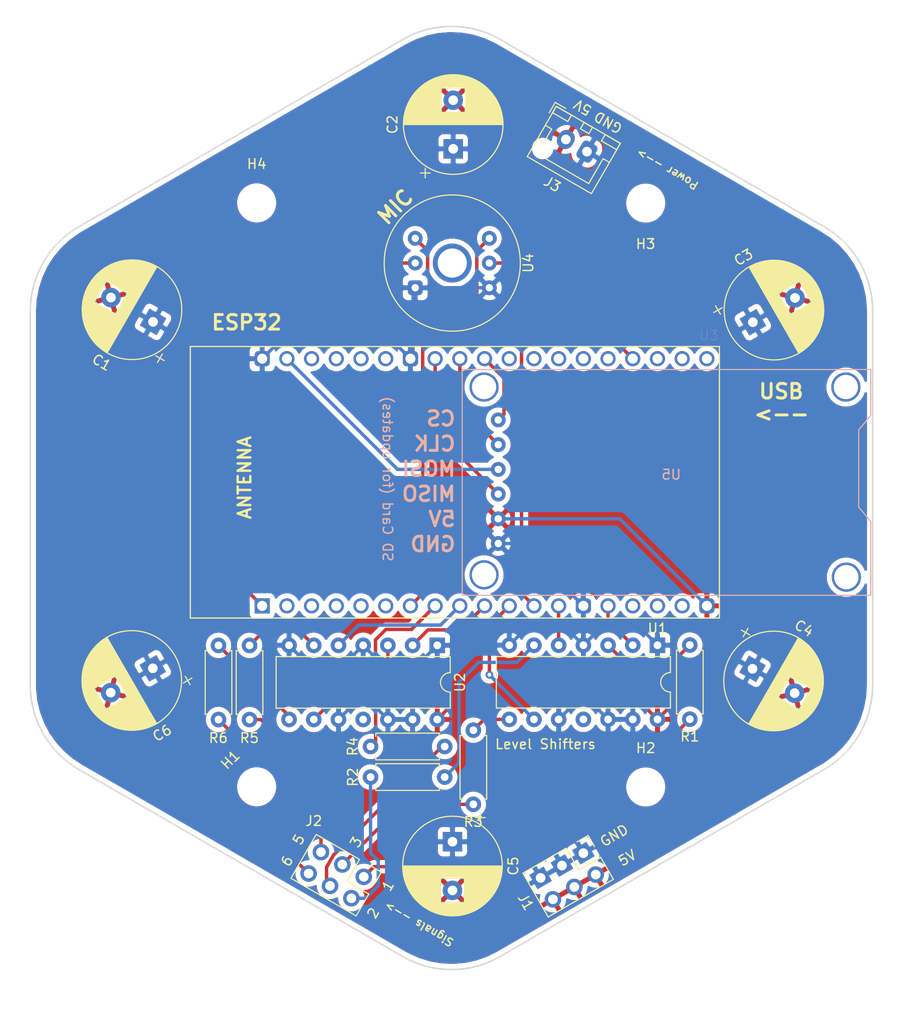
<source format=kicad_pcb>
(kicad_pcb (version 20171130) (host pcbnew 5.1.10)
  (layers (0 F.Cu signal) (31 B.Cu signal) (34 B.Paste user) (35 F.Paste user) (36 B.SilkS user) (37 F.SilkS user) (38 B.Mask user) (39 F.Mask user) (44 Edge.Cuts user))
  (net 0 "")
  (net 1 STRIP_2)
  (net 2 STRIP_1)
  (net 3 STRIP_3)
  (net 4 STRIP_4)
  (net 5 STRIP_5)
  (net 6 STRIP_6)
  (net 7 5V)
  (net 8 GND)
  (net 9 STRIP6_OUT)
  (net 10 STRIP5_OUT)
  (net 11 STRIP4_OUT)
  (net 12 STRIP3_OUT)
  (net 13 STRIP2_OUT)
  (net 14 STRIP1_OUT)
  (net 15 "Net-(R1-Pad1)")
  (net 16 "Net-(R2-Pad1)")
  (net 17 "Net-(R3-Pad1)")
  (net 18 "Net-(R4-Pad1)")
  (net 19 "Net-(R5-Pad1)")
  (net 20 "Net-(R6-Pad1)")
  (net 21 "Net-(U1-Pad11)")
  (net 22 "Net-(U2-Pad11)")
  (net 23 "Net-(U3-Pad38)")
  (net 24 "Net-(U3-Pad37)")
  (net 25 "Net-(U3-Pad36)")
  (net 26 "Net-(U3-Pad34)")
  (net 27 "Net-(U3-Pad33)")
  (net 28 "Net-(U3-Pad32)")
  (net 29 "Net-(U3-Pad31)")
  (net 30 "Net-(U3-Pad30)")
  (net 31 "Net-(U3-Pad24)")
  (net 32 "Net-(U3-Pad23)")
  (net 33 "Net-(U3-Pad22)")
  (net 34 "Net-(U3-Pad18)")
  (net 35 "Net-(U3-Pad17)")
  (net 36 "Net-(U3-Pad16)")
  (net 37 "Net-(U3-Pad4)")
  (net 38 "Net-(U3-Pad3)")
  (net 39 "Net-(U3-Pad2)")
  (net 40 WS)
  (net 41 SD)
  (net 42 "Net-(U3-Pad5)")
  (net 43 3v3)
  (net 44 MISO)
  (net 45 CLK)
  (net 46 MOSI)
  (net 47 CS)
  (net 48 MIC_SCK)
  (net 49 "Net-(U3-Pad6)")
  (net 50 "Net-(U3-Pad25)")
  (module kwmobile_sdcard_module:sdcard_module (layer B.Cu) (at 139.39 87.05)
    (fp_text reference U5 (at 21.5 10.8 180) (layer B.SilkS) (effects (justify mirror)))
    (fp_text value sdcard_module)
    (pad "" np_thru_hole circle (at 39.45 1.8) (size 3 3) (drill 2.5) (layers *.Cu *.Mask))
    (pad "" np_thru_hole circle (at 2.25 1.8) (size 3 3) (drill 2.5) (layers *.Cu *.Mask))
    (pad "" np_thru_hole circle (at 2.25 21.1) (size 3 3) (drill 2.5) (layers *.Cu *.Mask))
    (pad "" np_thru_hole circle (at 39.497 21.336) (size 3 3) (drill 2.5) (layers *.Cu *.Mask))
    (pad 6 thru_hole circle (at 3.71 5.18) (size 1.524 1.524) (drill 0.762) (layers *.Cu *.Mask) (net 47 CS))
    (pad 5 thru_hole circle (at 3.71 7.72) (size 1.524 1.524) (drill 0.762) (layers *.Cu *.Mask) (net 45 CLK))
    (pad 4 thru_hole circle (at 3.71 10.26) (size 1.524 1.524) (drill 0.762) (layers *.Cu *.Mask) (net 46 MOSI))
    (pad 3 thru_hole circle (at 3.71 12.8) (size 1.524 1.524) (drill 0.762) (layers *.Cu *.Mask) (net 44 MISO))
    (pad 2 thru_hole circle (at 3.71 15.34) (size 1.524 1.524) (drill 0.762) (layers *.Cu *.Mask) (net 7 5V))
    (pad 1 thru_hole circle (at 3.71 17.88) (size 1.524 1.524) (drill 0.762) (layers *.Cu *.Mask) (net 8 GND))
  )
  (module Capacitor_THT:CP_Radial_D10.0mm_P5.00mm (layer F.Cu) (at 107.6071 82.1563 150)
    (fp_text reference C1 (at 2.5 -6.25 150) (layer F.SilkS))
    (fp_text value C)
    (pad 1 thru_hole rect (at 0 0 150) (size 2 2) (drill 1) (layers *.Cu *.Mask) (net 8 GND))
    (pad 2 thru_hole circle (at 5 0 150) (size 2 2) (drill 1) (layers *.Cu *.Mask) (net 7 5V))
  )
  (module Capacitor_THT:CP_Radial_D10.0mm_P5.00mm (layer F.Cu) (at 107.5817 117.7544 210)
    (fp_text reference C6 (at 2.500001 -6.25 30) (layer F.SilkS))
    (fp_text value C)
    (pad 1 thru_hole rect (at 0 0 210) (size 2 2) (drill 1) (layers *.Cu *.Mask) (net 8 GND))
    (pad 2 thru_hole circle (at 5 0 210) (size 2 2) (drill 1) (layers *.Cu *.Mask) (net 7 5V))
  )
  (module Connector_PinHeader_2.54mm:PinHeader_2x03_P2.54mm_Vertical (layer F.Cu) (at 151.85 136.75 300)
    (fp_text reference J1 (at 1.378787 7.63187 120) (layer F.SilkS))
    (fp_text value Conn_02x03_Counter_Clockwise)
    (pad 6 thru_hole oval (at 2.54 5.08 300) (size 1.7 1.7) (drill 1) (layers *.Cu *.Mask) (net 7 5V))
    (pad 5 thru_hole rect (at 0 5.08 300) (size 1.7 1.7) (drill 1) (layers *.Cu *.Mask) (net 8 GND))
    (pad 4 thru_hole oval (at 2.54 2.54 300) (size 1.7 1.7) (drill 1) (layers *.Cu *.Mask) (net 7 5V))
    (pad 3 thru_hole rect (at 0 2.54 300) (size 1.7 1.7) (drill 1) (layers *.Cu *.Mask) (net 8 GND))
    (pad 2 thru_hole oval (at 2.54 0 300) (size 1.7 1.7) (drill 1) (layers *.Cu *.Mask) (net 7 5V))
    (pad 1 thru_hole rect (at 0 0 300) (size 1.7 1.7) (drill 1) (layers *.Cu *.Mask) (net 8 GND))
  )
  (module MountingHole:MountingHole_3mm (layer F.Cu) (at 118.26 69.93)
    (fp_text reference H4 (at 0 -4) (layer F.SilkS))
    (fp_text value MountingHole)
    (pad 1 np_thru_hole circle (at 0 0) (size 3 3) (drill 3) (layers *.Cu *.Mask))
  )
  (module MountingHole:MountingHole_3mm (layer F.Cu) (at 158.26 69.95)
    (fp_text reference H3 (at -0.01 4.2) (layer F.SilkS))
    (fp_text value MountingHole)
    (pad 1 np_thru_hole circle (at 0 0) (size 3 3) (drill 3) (layers *.Cu *.Mask))
  )
  (module MountingHole:MountingHole_3mm (layer F.Cu) (at 158.26 129.95)
    (fp_text reference H2 (at 0 -4) (layer F.SilkS))
    (fp_text value MountingHole)
    (pad 1 np_thru_hole circle (at 0 0) (size 3 3) (drill 3) (layers *.Cu *.Mask))
  )
  (module MountingHole:MountingHole_3mm (layer F.Cu) (at 118.26 129.93)
    (fp_text reference H1 (at -2.7 -2.77 45) (layer F.SilkS))
    (fp_text value MountingHole)
    (pad 1 np_thru_hole circle (at 0 0) (size 3 3) (drill 3) (layers *.Cu *.Mask))
  )
  (module Capacitor_THT:CP_Radial_D10.0mm_P5.00mm (layer F.Cu) (at 138.3919 135.5725 270)
    (fp_text reference C5 (at 2.5 -6.25 90) (layer F.SilkS))
    (fp_text value C)
    (pad 2 thru_hole circle (at 5 0 270) (size 2 2) (drill 1) (layers *.Cu *.Mask) (net 7 5V))
    (pad 1 thru_hole rect (at 0 0 270) (size 2 2) (drill 1) (layers *.Cu *.Mask) (net 8 GND))
  )
  (module Capacitor_THT:CP_Radial_D10.0mm_P5.00mm (layer F.Cu) (at 138.4681 64.3763 90)
    (fp_text reference C2 (at 2.5 -6.25 90) (layer F.SilkS))
    (fp_text value C)
    (pad 2 thru_hole circle (at 5 0 90) (size 2 2) (drill 1) (layers *.Cu *.Mask) (net 7 5V))
    (pad 1 thru_hole rect (at 0 0 90) (size 2 2) (drill 1) (layers *.Cu *.Mask) (net 8 GND))
  )
  (module Capacitor_THT:CP_Radial_D10.0mm_P5.00mm (layer F.Cu) (at 169.2783 82.19186 30)
    (fp_text reference C3 (at 2.5 -6.25 30) (layer F.SilkS))
    (fp_text value C)
    (pad 1 thru_hole rect (at 0 0 30) (size 2 2) (drill 1) (layers *.Cu *.Mask) (net 8 GND))
    (pad 2 thru_hole circle (at 5 0 30) (size 2 2) (drill 1) (layers *.Cu *.Mask) (net 7 5V))
  )
  (module Capacitor_THT:CP_Radial_D10.0mm_P5.00mm (layer F.Cu) (at 169.2402 117.8052 330)
    (fp_text reference C4 (at 2.5 -6.25 150) (layer F.SilkS))
    (fp_text value C)
    (pad 2 thru_hole circle (at 5 0 330) (size 2 2) (drill 1) (layers *.Cu *.Mask) (net 7 5V))
    (pad 1 thru_hole rect (at 0 0 330) (size 2 2) (drill 1) (layers *.Cu *.Mask) (net 8 GND))
  )
  (module inmp441:inmp441 (layer F.Cu) (at 138.37 76.11 90)
    (fp_text reference U4 (at 0 7.82 270) (layer F.SilkS))
    (fp_text value INMP441)
    (pad 1 thru_hole roundrect (at -2.54 -3.81 90) (size 1.524 1.524) (drill 0.762) (layers *.Cu *.Mask) (net 8 GND))
    (pad 2 thru_hole circle (at 0 -3.81 90) (size 1.524 1.524) (drill 0.762) (layers *.Cu *.Mask) (net 43 3v3))
    (pad 3 thru_hole circle (at 2.54 -3.81 90) (size 1.524 1.524) (drill 0.762) (layers *.Cu *.Mask) (net 41 SD))
    (pad 6 thru_hole circle (at 2.54 3.81 180) (size 1.524 1.524) (drill 0.762) (layers *.Cu *.Mask) (net 48 MIC_SCK))
    (pad 5 thru_hole circle (at 0 3.81 90) (size 1.524 1.524) (drill 0.762) (layers *.Cu *.Mask) (net 40 WS))
    (pad 4 thru_hole circle (at -2.54 3.81 90) (size 1.524 1.524) (drill 0.762) (layers *.Cu *.Mask) (net 8 GND))
    (pad "" np_thru_hole circle (at 0 0 90) (size 4 4) (drill 3) (layers *.Cu *.Mask))
  )
  (module esp32-devkitC-footprint:MODULE_ESP32-DEVKITC-32D (layer F.Cu) (at 138.588 98.637 90)
    (fp_text reference U3 (at 15.11926 26.17418) (layer F.SilkS) (effects (font (size 1.000386 1.000386) (thickness 0.015))))
    (fp_text value ESP32-DEVKITC-32D)
    (pad 38 thru_hole circle (at 12.7 25.96 90) (size 1.56 1.56) (drill 1.04) (layers *.Cu *.Mask) (net 23 "Net-(U3-Pad38)"))
    (pad 37 thru_hole circle (at 12.7 23.42 90) (size 1.56 1.56) (drill 1.04) (layers *.Cu *.Mask) (net 24 "Net-(U3-Pad37)"))
    (pad 36 thru_hole circle (at 12.7 20.88 90) (size 1.56 1.56) (drill 1.04) (layers *.Cu *.Mask) (net 25 "Net-(U3-Pad36)"))
    (pad 35 thru_hole circle (at 12.7 18.34 90) (size 1.56 1.56) (drill 1.04) (layers *.Cu *.Mask) (net 40 WS))
    (pad 34 thru_hole circle (at 12.7 15.8 90) (size 1.56 1.56) (drill 1.04) (layers *.Cu *.Mask) (net 26 "Net-(U3-Pad34)"))
    (pad 33 thru_hole circle (at 12.7 13.26 90) (size 1.56 1.56) (drill 1.04) (layers *.Cu *.Mask) (net 27 "Net-(U3-Pad33)"))
    (pad 32 thru_hole circle (at 12.7 10.72 90) (size 1.56 1.56) (drill 1.04) (layers *.Cu *.Mask) (net 28 "Net-(U3-Pad32)"))
    (pad 31 thru_hole circle (at 12.7 8.18 90) (size 1.56 1.56) (drill 1.04) (layers *.Cu *.Mask) (net 29 "Net-(U3-Pad31)"))
    (pad 30 thru_hole circle (at 12.7 5.64 90) (size 1.56 1.56) (drill 1.04) (layers *.Cu *.Mask) (net 30 "Net-(U3-Pad30)"))
    (pad 29 thru_hole circle (at 12.7 3.1 90) (size 1.56 1.56) (drill 1.04) (layers *.Cu *.Mask) (net 47 CS))
    (pad 28 thru_hole circle (at 12.7 0.56 90) (size 1.56 1.56) (drill 1.04) (layers *.Cu *.Mask) (net 45 CLK))
    (pad 27 thru_hole circle (at 12.7 -1.98 90) (size 1.56 1.56) (drill 1.04) (layers *.Cu *.Mask) (net 44 MISO))
    (pad 26 thru_hole roundrect (at 12.7 -4.52 90) (size 1.56 1.56) (drill 1.04) (layers *.Cu *.Mask) (net 8 GND))
    (pad 25 thru_hole circle (at 12.7 -7.06 90) (size 1.56 1.56) (drill 1.04) (layers *.Cu *.Mask) (net 50 "Net-(U3-Pad25)"))
    (pad 24 thru_hole circle (at 12.7 -9.6 90) (size 1.56 1.56) (drill 1.04) (layers *.Cu *.Mask) (net 31 "Net-(U3-Pad24)"))
    (pad 23 thru_hole circle (at 12.7 -12.14 90) (size 1.56 1.56) (drill 1.04) (layers *.Cu *.Mask) (net 32 "Net-(U3-Pad23)"))
    (pad 22 thru_hole circle (at 12.7 -14.68 90) (size 1.56 1.56) (drill 1.04) (layers *.Cu *.Mask) (net 33 "Net-(U3-Pad22)"))
    (pad 21 thru_hole circle (at 12.7 -17.22 90) (size 1.56 1.56) (drill 1.04) (layers *.Cu *.Mask) (net 46 MOSI))
    (pad 20 thru_hole roundrect (at 12.7 -19.76 90) (size 1.56 1.56) (drill 1.04) (layers *.Cu *.Mask) (net 8 GND))
    (pad 18 thru_hole circle (at -12.7 23.42 90) (size 1.56 1.56) (drill 1.04) (layers *.Cu *.Mask) (net 34 "Net-(U3-Pad18)"))
    (pad 17 thru_hole circle (at -12.7 20.88 90) (size 1.56 1.56) (drill 1.04) (layers *.Cu *.Mask) (net 35 "Net-(U3-Pad17)"))
    (pad 16 thru_hole circle (at -12.7 18.34 90) (size 1.56 1.56) (drill 1.04) (layers *.Cu *.Mask) (net 36 "Net-(U3-Pad16)"))
    (pad 15 thru_hole circle (at -12.7 15.8 90) (size 1.56 1.56) (drill 1.04) (layers *.Cu *.Mask) (net 2 STRIP_1))
    (pad 14 thru_hole roundrect (at -12.7 13.26 90) (size 1.56 1.56) (drill 1.04) (layers *.Cu *.Mask) (net 8 GND))
    (pad 13 thru_hole circle (at -12.7 10.72 90) (size 1.56 1.56) (drill 1.04) (layers *.Cu *.Mask) (net 1 STRIP_2))
    (pad 12 thru_hole circle (at -12.7 8.18 90) (size 1.56 1.56) (drill 1.04) (layers *.Cu *.Mask) (net 48 MIC_SCK))
    (pad 11 thru_hole circle (at -12.7 5.64 90) (size 1.56 1.56) (drill 1.04) (layers *.Cu *.Mask) (net 3 STRIP_3))
    (pad 10 thru_hole circle (at -12.7 3.1 90) (size 1.56 1.56) (drill 1.04) (layers *.Cu *.Mask) (net 4 STRIP_4))
    (pad 9 thru_hole circle (at -12.7 0.56 90) (size 1.56 1.56) (drill 1.04) (layers *.Cu *.Mask) (net 5 STRIP_5))
    (pad 8 thru_hole circle (at -12.7 -1.98 90) (size 1.56 1.56) (drill 1.04) (layers *.Cu *.Mask) (net 6 STRIP_6))
    (pad 7 thru_hole circle (at -12.7 -4.52 90) (size 1.56 1.56) (drill 1.04) (layers *.Cu *.Mask) (net 41 SD))
    (pad 6 thru_hole circle (at -12.7 -7.06 90) (size 1.56 1.56) (drill 1.04) (layers *.Cu *.Mask) (net 49 "Net-(U3-Pad6)"))
    (pad 5 thru_hole circle (at -12.7 -9.6 90) (size 1.56 1.56) (drill 1.04) (layers *.Cu *.Mask) (net 42 "Net-(U3-Pad5)"))
    (pad 4 thru_hole circle (at -12.7 -12.14 90) (size 1.56 1.56) (drill 1.04) (layers *.Cu *.Mask) (net 37 "Net-(U3-Pad4)"))
    (pad 3 thru_hole circle (at -12.7 -14.68 90) (size 1.56 1.56) (drill 1.04) (layers *.Cu *.Mask) (net 38 "Net-(U3-Pad3)"))
    (pad 19 thru_hole roundrect (at -12.7 25.96 90) (size 1.56 1.56) (drill 1.04) (layers *.Cu *.Mask) (net 7 5V))
    (pad 2 thru_hole circle (at -12.7 -17.22 90) (size 1.56 1.56) (drill 1.04) (layers *.Cu *.Mask) (net 39 "Net-(U3-Pad2)"))
    (pad 1 thru_hole rect (at -12.7 -19.76 90) (size 1.56 1.56) (drill 1.04) (layers *.Cu *.Mask) (net 43 3v3))
  )
  (module Resistor_THT:R_Axial_DIN0207_L6.3mm_D2.5mm_P7.62mm_Horizontal (layer F.Cu) (at 137.59 128.93 180)
    (fp_text reference R2 (at 9.44 -0.01 270) (layer F.SilkS))
    (fp_text value 4,7k)
    (pad 1 thru_hole circle (at 0 0 180) (size 1.6 1.6) (drill 0.8) (layers *.Cu *.Mask) (net 16 "Net-(R2-Pad1)"))
    (pad 2 thru_hole oval (at 7.62 0 180) (size 1.6 1.6) (drill 0.8) (layers *.Cu *.Mask) (net 13 STRIP2_OUT))
  )
  (module Package_DIP:DIP-14_W7.62mm (layer F.Cu) (at 136.83 115.39 270)
    (fp_text reference U2 (at 3.81 -2.33 90) (layer F.SilkS))
    (fp_text value 74HCT125)
    (pad 1 thru_hole rect (at 0 0 270) (size 1.6 1.6) (drill 0.8) (layers *.Cu *.Mask) (net 8 GND))
    (pad 8 thru_hole oval (at 7.62 15.24 270) (size 1.6 1.6) (drill 0.8) (layers *.Cu *.Mask) (net 20 "Net-(R6-Pad1)"))
    (pad 2 thru_hole oval (at 0 2.54 270) (size 1.6 1.6) (drill 0.8) (layers *.Cu *.Mask) (net 4 STRIP_4))
    (pad 9 thru_hole oval (at 7.62 12.7 270) (size 1.6 1.6) (drill 0.8) (layers *.Cu *.Mask) (net 6 STRIP_6))
    (pad 3 thru_hole oval (at 0 5.08 270) (size 1.6 1.6) (drill 0.8) (layers *.Cu *.Mask) (net 18 "Net-(R4-Pad1)"))
    (pad 10 thru_hole oval (at 7.62 10.16 270) (size 1.6 1.6) (drill 0.8) (layers *.Cu *.Mask) (net 8 GND))
    (pad 4 thru_hole oval (at 0 7.62 270) (size 1.6 1.6) (drill 0.8) (layers *.Cu *.Mask) (net 8 GND))
    (pad 11 thru_hole oval (at 7.62 7.62 270) (size 1.6 1.6) (drill 0.8) (layers *.Cu *.Mask) (net 22 "Net-(U2-Pad11)"))
    (pad 5 thru_hole oval (at 0 10.16 270) (size 1.6 1.6) (drill 0.8) (layers *.Cu *.Mask) (net 5 STRIP_5))
    (pad 12 thru_hole oval (at 7.62 5.08 270) (size 1.6 1.6) (drill 0.8) (layers *.Cu *.Mask) (net 8 GND))
    (pad 6 thru_hole oval (at 0 12.7 270) (size 1.6 1.6) (drill 0.8) (layers *.Cu *.Mask) (net 19 "Net-(R5-Pad1)"))
    (pad 13 thru_hole oval (at 7.62 2.54 270) (size 1.6 1.6) (drill 0.8) (layers *.Cu *.Mask) (net 8 GND))
    (pad 7 thru_hole oval (at 0 15.24 270) (size 1.6 1.6) (drill 0.8) (layers *.Cu *.Mask) (net 8 GND))
    (pad 14 thru_hole oval (at 7.62 0 270) (size 1.6 1.6) (drill 0.8) (layers *.Cu *.Mask) (net 7 5V))
  )
  (module Package_DIP:DIP-14_W7.62mm (layer F.Cu) (at 159.47 115.38 270)
    (fp_text reference U1 (at -1.73 0 180) (layer F.SilkS))
    (fp_text value 74HCT125)
    (pad 1 thru_hole rect (at 0 0 270) (size 1.6 1.6) (drill 0.8) (layers *.Cu *.Mask) (net 8 GND))
    (pad 8 thru_hole oval (at 7.62 15.24 270) (size 1.6 1.6) (drill 0.8) (layers *.Cu *.Mask) (net 17 "Net-(R3-Pad1)"))
    (pad 2 thru_hole oval (at 0 2.54 270) (size 1.6 1.6) (drill 0.8) (layers *.Cu *.Mask) (net 2 STRIP_1))
    (pad 9 thru_hole oval (at 7.62 12.7 270) (size 1.6 1.6) (drill 0.8) (layers *.Cu *.Mask) (net 3 STRIP_3))
    (pad 3 thru_hole oval (at 0 5.08 270) (size 1.6 1.6) (drill 0.8) (layers *.Cu *.Mask) (net 15 "Net-(R1-Pad1)"))
    (pad 10 thru_hole oval (at 7.62 10.16 270) (size 1.6 1.6) (drill 0.8) (layers *.Cu *.Mask) (net 8 GND))
    (pad 4 thru_hole oval (at 0 7.62 270) (size 1.6 1.6) (drill 0.8) (layers *.Cu *.Mask) (net 8 GND))
    (pad 11 thru_hole oval (at 7.62 7.62 270) (size 1.6 1.6) (drill 0.8) (layers *.Cu *.Mask) (net 21 "Net-(U1-Pad11)"))
    (pad 5 thru_hole oval (at 0 10.16 270) (size 1.6 1.6) (drill 0.8) (layers *.Cu *.Mask) (net 1 STRIP_2))
    (pad 12 thru_hole oval (at 7.62 5.08 270) (size 1.6 1.6) (drill 0.8) (layers *.Cu *.Mask) (net 8 GND))
    (pad 6 thru_hole oval (at 0 12.7 270) (size 1.6 1.6) (drill 0.8) (layers *.Cu *.Mask) (net 16 "Net-(R2-Pad1)"))
    (pad 13 thru_hole oval (at 7.62 2.54 270) (size 1.6 1.6) (drill 0.8) (layers *.Cu *.Mask) (net 8 GND))
    (pad 7 thru_hole oval (at 0 15.24 270) (size 1.6 1.6) (drill 0.8) (layers *.Cu *.Mask) (net 8 GND))
    (pad 14 thru_hole oval (at 7.62 0 270) (size 1.6 1.6) (drill 0.8) (layers *.Cu *.Mask) (net 7 5V))
  )
  (module Connector_JST:JST_XH_B2B-XH-AM_1x02_P2.50mm_Vertical (layer F.Cu) (at 150.05 63.41 330)
    (fp_text reference J3 (at 1.087564 4.683717 150) (layer F.SilkS))
    (fp_text value Conn_02x01)
    (pad 1 thru_hole oval (at 0 0 330) (size 1.7 2) (drill 1) (layers *.Cu *.Mask) (net 7 5V))
    (pad 2 thru_hole roundrect (at 2.5 0 330) (size 1.7 2) (drill 1) (layers *.Cu *.Mask) (net 8 GND))
    (pad "" np_thru_hole circle (at -1.6 2 330) (size 1.2 1.2) (drill 1.2) (layers *.Cu *.Mask))
  )
  (module Connector_PinHeader_2.54mm:PinHeader_2x03_P2.54mm_Vertical (layer F.Cu) (at 129.27 139.18 240)
    (fp_text reference J2 (at -2.400986 7.321371) (layer F.SilkS))
    (fp_text value Conn_02x03_Counter_Clockwise)
    (pad 6 thru_hole oval (at 2.54 5.08 240) (size 1.7 1.7) (drill 1) (layers *.Cu *.Mask) (net 9 STRIP6_OUT))
    (pad 5 thru_hole oval (at 0 5.08 240) (size 1.7 1.7) (drill 1) (layers *.Cu *.Mask) (net 10 STRIP5_OUT))
    (pad 4 thru_hole oval (at 2.54 2.54 240) (size 1.7 1.7) (drill 1) (layers *.Cu *.Mask) (net 11 STRIP4_OUT))
    (pad 3 thru_hole oval (at 0 2.54 240) (size 1.7 1.7) (drill 1) (layers *.Cu *.Mask) (net 12 STRIP3_OUT))
    (pad 2 thru_hole oval (at 2.54 0 240) (size 1.7 1.7) (drill 1) (layers *.Cu *.Mask) (net 13 STRIP2_OUT))
    (pad 1 thru_hole circle (at 0 0 240) (size 1.7 1.7) (drill 1) (layers *.Cu *.Mask) (net 14 STRIP1_OUT))
  )
  (module Resistor_THT:R_Axial_DIN0207_L6.3mm_D2.5mm_P7.62mm_Horizontal (layer F.Cu) (at 114.33704 115.4 270)
    (fp_text reference R6 (at 9.514 0.02 180) (layer F.SilkS))
    (fp_text value 4,7k)
    (pad 1 thru_hole circle (at 0 0 270) (size 1.6 1.6) (drill 0.8) (layers *.Cu *.Mask) (net 20 "Net-(R6-Pad1)"))
    (pad 2 thru_hole oval (at 7.62 0 270) (size 1.6 1.6) (drill 0.8) (layers *.Cu *.Mask) (net 9 STRIP6_OUT))
  )
  (module Resistor_THT:R_Axial_DIN0207_L6.3mm_D2.5mm_P7.62mm_Horizontal (layer F.Cu) (at 117.52704 115.404 270)
    (fp_text reference R5 (at 9.514 0.02 180) (layer F.SilkS))
    (fp_text value 4,7k)
    (pad 1 thru_hole circle (at 0 0 270) (size 1.6 1.6) (drill 0.8) (layers *.Cu *.Mask) (net 19 "Net-(R5-Pad1)"))
    (pad 2 thru_hole oval (at 7.62 0 270) (size 1.6 1.6) (drill 0.8) (layers *.Cu *.Mask) (net 10 STRIP5_OUT))
  )
  (module Resistor_THT:R_Axial_DIN0207_L6.3mm_D2.5mm_P7.62mm_Horizontal (layer F.Cu) (at 129.97 125.79)
    (fp_text reference R4 (at -1.84 0 -90) (layer F.SilkS))
    (fp_text value 4,7k)
    (pad 2 thru_hole oval (at 7.62 0) (size 1.6 1.6) (drill 0.8) (layers *.Cu *.Mask) (net 11 STRIP4_OUT))
    (pad 1 thru_hole circle (at 0 0) (size 1.6 1.6) (drill 0.8) (layers *.Cu *.Mask) (net 18 "Net-(R4-Pad1)"))
  )
  (module Resistor_THT:R_Axial_DIN0207_L6.3mm_D2.5mm_P7.62mm_Horizontal (layer F.Cu) (at 140.5382 124.10948 270)
    (fp_text reference R3 (at 9.42 0.01 180) (layer F.SilkS))
    (fp_text value 4,7k)
    (pad 2 thru_hole oval (at 7.62 0 270) (size 1.6 1.6) (drill 0.8) (layers *.Cu *.Mask) (net 12 STRIP3_OUT))
    (pad 1 thru_hole circle (at 0 0 270) (size 1.6 1.6) (drill 0.8) (layers *.Cu *.Mask) (net 17 "Net-(R3-Pad1)"))
  )
  (module Resistor_THT:R_Axial_DIN0207_L6.3mm_D2.5mm_P7.62mm_Horizontal (layer F.Cu) (at 162.79368 115.36172 270)
    (fp_text reference R1 (at 9.398 0 180) (layer F.SilkS))
    (fp_text value 4,7k)
    (pad 2 thru_hole oval (at 7.62 0 270) (size 1.6 1.6) (drill 0.8) (layers *.Cu *.Mask) (net 14 STRIP1_OUT))
    (pad 1 thru_hole circle (at 0 0 270) (size 1.6 1.6) (drill 0.8) (layers *.Cu *.Mask) (net 15 "Net-(R1-Pad1)"))
  )
  (gr_text ANTENNA (at 117.0178 98.1583 90) (layer F.SilkS) (effects (font (size 1.3 1.3) (thickness 0.25))))
  (gr_text github.com/barafael/dodeca-blink (at 105.1 99.67 90) (layer F.Cu) (effects (font (size 0.8 0.8))))
  (gr_text github.com/barafael/dodeca-blink-pcb (at 107.41 99.669999 90) (layer F.Cu) (effects (font (size 0.8 0.8))))
  (gr_text <-- (at 172.23 91.61) (layer F.SilkS) (effects (font (size 1.5 1.5) (thickness 0.3))))
  (gr_text USB (at 172.19 89.3) (layer F.SilkS) (effects (font (size 1.5 1.5) (thickness 0.3))))
  (gr_text "Rafael Bachmann (March 2021)" (at 109.72 99.67 90) (layer F.Cu) (effects (font (size 0.8 0.8))))
  (gr_text "I wonder -" (at 110.66 131.45 -30) (layer F.Cu) (effects (font (size 1.5 1.5) (thickness 0.3))))
  (gr_text ...hexagonal? (at 126.29 60.11 -150) (layer F.Cu) (effects (font (size 1.5 1.5) (thickness 0.3))))
  (gr_text "is this..." (at 171.67 72.01 150) (layer F.Cu) (effects (font (size 1.5 1.5) (thickness 0.3))))
  (gr_text "oh, why..." (at 178.69 116.4 90) (layer F.Cu) (effects (font (size 1.5 1.5) (thickness 0.3))))
  (gr_text why... (at 168.62 129.21 30) (layer F.Cu) (effects (font (size 1.5 1.5) (thickness 0.3))))
  (gr_text 5V (at 156.36 137.25 30) (layer F.SilkS) (effects (font (size 1 1))))
  (gr_text GND (at 155.02 134.95 30) (layer F.SilkS) (effects (font (size 1 1))))
  (gr_text 5V (at 151.79 60.1 150) (layer F.SilkS) (effects (font (size 1 1))))
  (gr_text GND (at 154.41 61.64 150) (layer F.SilkS) (effects (font (size 1 1))))
  (gr_text "Power -->" (at 160.48 66.45 150) (layer F.SilkS) (effects (font (size 0.8 0.8))))
  (gr_text "Signals -->" (at 134.95 144.03 150) (layer F.SilkS) (effects (font (size 0.8 0.8))))
  (gr_text 6 (at 121.39 137.56 60) (layer F.SilkS) (effects (font (size 1 1))))
  (gr_text 5 (at 122.59 135.36 60) (layer F.SilkS) (effects (font (size 1 1))))
  (gr_text 3 (at 128.5 135.62 60) (layer F.SilkS) (effects (font (size 1 1))))
  (gr_text 2 (at 130.25 142.91 60) (layer F.SilkS) (effects (font (size 1 1))))
  (gr_text 1 (at 131.76 140.1 60) (layer F.SilkS) (effects (font (size 1 1))))
  (gr_text "SD Card (for updates)" (at 131.72 98.3 -90) (layer B.SilkS) (effects (font (size 1 1)) (justify mirror)))
  (gr_text "Level Shifters" (at 147.95 125.55) (layer F.SilkS) (effects (font (size 1 1))))
  (gr_text ESP32 (at 117.23 82.22) (layer F.SilkS) (effects (font (size 1.5 1.5) (thickness 0.3))))
  (gr_text MIC (at 132.52 70.35 45) (layer F.SilkS) (effects (font (size 1.5 1.5) (thickness 0.3))))
  (gr_text "Revision 2" (at 101.61 99.67 90) (layer F.Cu) (effects (font (size 1.5 1.5) (thickness 0.3))))
  (gr_text "Dodecahedron Controller" (at 98.02 99.67 90) (layer F.Cu) (effects (font (size 1.5 1.5) (thickness 0.3))))
  (gr_arc (start 138.280002 138.709741) (end 143.271342 147.374995) (angle 59.94270321) (layer Edge.Cuts) (width 0.15))
  (gr_arc (start 104.990005 119.494746) (end 99.981345 128.15) (angle 59.94270321) (layer Edge.Cuts) (width 0.15))
  (gr_arc (start 104.99 81.030258) (end 94.99 81.020258) (angle 59.94270321) (layer Edge.Cuts) (width 0.15))
  (gr_arc (start 138.29134 61.795254) (end 133.3 53.13) (angle 59.94270321) (layer Edge.Cuts) (width 0.15))
  (gr_arc (start 171.589995 81.035254) (end 176.598655 72.38) (angle 59.94270321) (layer Edge.Cuts) (width 0.15))
  (gr_arc (start 171.589997 119.489742) (end 181.589997 119.499742) (angle 59.94270321) (layer Edge.Cuts) (width 0.15))
  (gr_line (start 176.59 128.15) (end 143.271342 147.374995) (layer Edge.Cuts) (width 0.15))
  (gr_line (start 133.28 147.37) (end 99.981345 128.15) (layer Edge.Cuts) (width 0.15))
  (gr_line (start 94.99 119.494746) (end 94.99 81.020258) (layer Edge.Cuts) (width 0.15))
  (gr_line (start 99.989997 72.37) (end 133.3 53.13) (layer Edge.Cuts) (width 0.15))
  (gr_line (start 143.291342 53.134995) (end 176.598655 72.38) (layer Edge.Cuts) (width 0.15))
  (gr_line (start 181.59 81.035254) (end 181.589997 119.499742) (layer Edge.Cuts) (width 0.15))
  (gr_text GND (at 136.378571 105) (layer B.SilkS) (effects (font (size 1.5 1.5) (thickness 0.3)) (justify mirror)))
  (gr_text 5V (at 137.307143 102.42) (layer B.SilkS) (effects (font (size 1.5 1.5) (thickness 0.3)) (justify mirror)))
  (gr_text MISO (at 135.95 99.84) (layer B.SilkS) (effects (font (size 1.5 1.5) (thickness 0.3)) (justify mirror)))
  (gr_text MOSI (at 135.95 97.26) (layer B.SilkS) (effects (font (size 1.5 1.5) (thickness 0.3)) (justify mirror)))
  (gr_text CLK (at 136.557143 94.68) (layer B.SilkS) (effects (font (size 1.5 1.5) (thickness 0.3)) (justify mirror)))
  (gr_text CS (at 137.2 92.1) (layer B.SilkS) (effects (font (size 1.5 1.5) (thickness 0.3)) (justify mirror)))
  (segment (start 149.308 115.378) (end 149.31 115.38) (width 0.35) (layer F.Cu) (net 1))
  (segment (start 149.308 111.337) (end 149.308 115.378) (width 0.35) (layer F.Cu) (net 1))
  (segment (start 154.388 112.838) (end 156.93 115.38) (width 0.35) (layer F.Cu) (net 2))
  (segment (start 154.388 111.337) (end 154.388 112.838) (width 0.35) (layer F.Cu) (net 2))
  (segment (start 142.1892 118.4192) (end 142.1892 118.4148) (width 0.35) (layer B.Cu) (net 3))
  (segment (start 146.77 123) (end 142.1892 118.4192) (width 0.35) (layer B.Cu) (net 3))
  (segment (start 142.1892 113.3758) (end 142.1892 118.4148) (width 0.35) (layer F.Cu) (net 3))
  (segment (start 144.228 111.337) (end 142.1892 113.3758) (width 0.35) (layer F.Cu) (net 3))
  (via (at 142.1892 118.4148) (size 0.8) (drill 0.4) (layers F.Cu B.Cu) (net 3))
  (segment (start 139.2203 113.8047) (end 141.688 111.337) (width 0.35) (layer F.Cu) (net 4))
  (segment (start 135.8753 113.8047) (end 139.2203 113.8047) (width 0.35) (layer F.Cu) (net 4))
  (segment (start 134.29 115.39) (end 135.8753 113.8047) (width 0.35) (layer F.Cu) (net 4))
  (segment (start 137.1756 113.3094) (end 139.148 111.337) (width 0.35) (layer B.Cu) (net 5))
  (segment (start 128.7506 113.3094) (end 137.1756 113.3094) (width 0.35) (layer B.Cu) (net 5))
  (segment (start 126.67 115.39) (end 128.7506 113.3094) (width 0.35) (layer B.Cu) (net 5))
  (segment (start 134.1911 113.7539) (end 136.608 111.337) (width 0.35) (layer F.Cu) (net 6))
  (segment (start 130.48 114.82) (end 131.5461 113.7539) (width 0.35) (layer F.Cu) (net 6))
  (segment (start 131.5461 113.7539) (end 134.1911 113.7539) (width 0.35) (layer F.Cu) (net 6))
  (segment (start 130.48 116.66) (end 130.48 114.82) (width 0.35) (layer F.Cu) (net 6))
  (segment (start 124.13 123.01) (end 130.48 116.66) (width 0.35) (layer F.Cu) (net 6))
  (segment (start 155.601 102.39) (end 164.548 111.337) (width 0.35) (layer B.Cu) (net 7))
  (segment (start 143.1 102.39) (end 155.601 102.39) (width 0.35) (layer B.Cu) (net 7))
  (segment (start 136.83 123.01) (end 139.48 120.36) (width 0.35) (layer F.Cu) (net 7))
  (segment (start 139.48 120.36) (end 156.83 120.36) (width 0.35) (layer F.Cu) (net 7))
  (segment (start 156.83 120.36) (end 159.47 123) (width 0.35) (layer F.Cu) (net 7))
  (segment (start 159.47 123) (end 164.548 117.922) (width 0.35) (layer F.Cu) (net 7))
  (segment (start 164.548 117.922) (end 164.548 111.337) (width 0.35) (layer F.Cu) (net 7))
  (segment (start 134.068 85.937) (end 134.06 85.929) (width 0.25) (layer B.Cu) (net 8))
  (segment (start 142.18 78.65) (end 134.56 78.65) (width 0.35) (layer B.Cu) (net 8))
  (segment (start 118.828 85.937) (end 120.7164 84.0486) (width 0.35) (layer B.Cu) (net 8))
  (segment (start 132.1796 84.0486) (end 134.068 85.937) (width 0.35) (layer B.Cu) (net 8))
  (segment (start 120.7164 84.0486) (end 132.1796 84.0486) (width 0.35) (layer B.Cu) (net 8))
  (segment (start 145.441 104.93) (end 151.848 111.337) (width 0.35) (layer B.Cu) (net 8))
  (segment (start 143.1 104.93) (end 145.441 104.93) (width 0.35) (layer B.Cu) (net 8))
  (segment (start 151.848 115.378) (end 151.85 115.38) (width 0.35) (layer B.Cu) (net 8))
  (segment (start 151.848 111.337) (end 151.848 115.378) (width 0.35) (layer B.Cu) (net 8))
  (segment (start 144.23 115.38) (end 146.0339 113.5761) (width 0.35) (layer B.Cu) (net 8))
  (segment (start 150.0461 113.5761) (end 151.85 115.38) (width 0.35) (layer B.Cu) (net 8))
  (segment (start 146.0339 113.5761) (end 150.0461 113.5761) (width 0.35) (layer B.Cu) (net 8))
  (segment (start 153.6539 113.5761) (end 151.85 115.38) (width 0.35) (layer B.Cu) (net 8))
  (segment (start 157.6661 113.5761) (end 153.6539 113.5761) (width 0.35) (layer B.Cu) (net 8))
  (segment (start 159.47 115.38) (end 157.6661 113.5761) (width 0.35) (layer B.Cu) (net 8))
  (segment (start 121.59 115.39) (end 123.3702 117.1702) (width 0.35) (layer B.Cu) (net 8))
  (segment (start 127.4298 117.1702) (end 129.21 115.39) (width 0.35) (layer B.Cu) (net 8))
  (segment (start 123.3702 117.1702) (end 127.4298 117.1702) (width 0.35) (layer B.Cu) (net 8))
  (segment (start 129.21 115.39) (end 130.9902 117.1702) (width 0.35) (layer B.Cu) (net 8))
  (segment (start 135.0498 117.1702) (end 136.83 115.39) (width 0.35) (layer B.Cu) (net 8))
  (segment (start 130.9902 117.1702) (end 135.0498 117.1702) (width 0.35) (layer B.Cu) (net 8))
  (segment (start 144.22 115.39) (end 144.23 115.38) (width 0.35) (layer B.Cu) (net 8))
  (segment (start 136.83 115.39) (end 144.22 115.39) (width 0.35) (layer B.Cu) (net 8))
  (segment (start 151.85 115.38) (end 151.85 120.46) (width 0.35) (layer B.Cu) (net 8))
  (segment (start 151.85 120.46) (end 154.39 123) (width 0.35) (layer B.Cu) (net 8))
  (segment (start 154.39 123) (end 156.93 123) (width 0.35) (layer B.Cu) (net 8))
  (segment (start 151.85 120.46) (end 149.31 123) (width 0.35) (layer B.Cu) (net 8))
  (segment (start 129.21 115.39) (end 129.21 120.47) (width 0.35) (layer B.Cu) (net 8))
  (segment (start 129.21 120.47) (end 131.75 123.01) (width 0.35) (layer B.Cu) (net 8))
  (segment (start 131.75 123.01) (end 134.29 123.01) (width 0.35) (layer B.Cu) (net 8))
  (segment (start 129.21 120.47) (end 126.67 123.01) (width 0.35) (layer B.Cu) (net 8))
  (segment (start 134.3406 78.8694) (end 134.56 78.65) (width 0.35) (layer B.Cu) (net 8))
  (segment (start 134.3406 85.6644) (end 134.3406 78.8694) (width 0.35) (layer B.Cu) (net 8))
  (segment (start 134.068 85.937) (end 134.3406 85.6644) (width 0.35) (layer B.Cu) (net 8))
  (segment (start 122.52 137.759114) (end 123.600591 138.839705) (width 0.35) (layer F.Cu) (net 9))
  (segment (start 122.52 128.6795) (end 122.52 137.759114) (width 0.35) (layer F.Cu) (net 9))
  (segment (start 119.6205 125.78) (end 122.52 128.6795) (width 0.35) (layer F.Cu) (net 9))
  (segment (start 117.09704 125.78) (end 119.6205 125.78) (width 0.35) (layer F.Cu) (net 9))
  (segment (start 114.33704 123.02) (end 117.09704 125.78) (width 0.35) (layer F.Cu) (net 9))
  (segment (start 124.870591 129.203831) (end 124.870591 129.544591) (width 0.35) (layer F.Cu) (net 10))
  (segment (start 118.69076 123.024) (end 124.870591 129.203831) (width 0.35) (layer F.Cu) (net 10))
  (segment (start 124.870591 129.544591) (end 124.870591 136.64) (width 0.35) (layer F.Cu) (net 10))
  (segment (start 117.52704 123.024) (end 118.69076 123.024) (width 0.35) (layer F.Cu) (net 10))
  (segment (start 137.59 125.79) (end 137.459592 125.79) (width 0.35) (layer F.Cu) (net 11))
  (segment (start 125.44425 139.75366) (end 125.800295 140.109705) (width 0.35) (layer F.Cu) (net 11))
  (segment (start 125.44425 138.188936) (end 125.44425 139.75366) (width 0.35) (layer F.Cu) (net 11))
  (segment (start 137.32077 125.79) (end 126.157885 136.952885) (width 0.35) (layer F.Cu) (net 11))
  (segment (start 137.59 125.79) (end 137.32077 125.79) (width 0.35) (layer F.Cu) (net 11))
  (segment (start 126.157885 136.952885) (end 125.44425 138.188936) (width 0.35) (layer F.Cu) (net 11))
  (segment (start 133.250815 131.72948) (end 140.5382 131.72948) (width 0.35) (layer F.Cu) (net 12))
  (segment (start 127.070295 137.91) (end 133.250815 131.72948) (width 0.35) (layer F.Cu) (net 12))
  (segment (start 129.67 128.63) (end 129.97 128.93) (width 0.25) (layer F.Cu) (net 13))
  (segment (start 129.97 136.740998) (end 129.97 128.93) (width 0.35) (layer B.Cu) (net 13))
  (segment (start 130.7592 137.530198) (end 129.97 136.740998) (width 0.35) (layer B.Cu) (net 13))
  (segment (start 130.7592 140.081) (end 130.7592 137.530198) (width 0.35) (layer B.Cu) (net 13))
  (segment (start 129.460495 141.379705) (end 130.7592 140.081) (width 0.35) (layer B.Cu) (net 13))
  (segment (start 128 141.379705) (end 129.460495 141.379705) (width 0.35) (layer B.Cu) (net 13))
  (segment (start 160.3121 125.4633) (end 162.79368 122.98172) (width 0.35) (layer F.Cu) (net 14))
  (segment (start 151.6888 125.4633) (end 160.3121 125.4633) (width 0.35) (layer F.Cu) (net 14))
  (segment (start 139.01674 138.13536) (end 151.6888 125.4633) (width 0.35) (layer F.Cu) (net 14))
  (segment (start 130.31724 138.13536) (end 139.01674 138.13536) (width 0.35) (layer F.Cu) (net 14))
  (segment (start 129.2726 139.18) (end 130.31724 138.13536) (width 0.35) (layer F.Cu) (net 14))
  (segment (start 129.27 139.18) (end 129.2726 139.18) (width 0.35) (layer F.Cu) (net 14))
  (segment (start 160.8709 117.2845) (end 162.79368 115.36172) (width 0.35) (layer F.Cu) (net 15))
  (segment (start 156.2945 117.2845) (end 160.8709 117.2845) (width 0.35) (layer F.Cu) (net 15))
  (segment (start 154.39 115.38) (end 156.2945 117.2845) (width 0.35) (layer F.Cu) (net 15))
  (segment (start 139.065 127.455) (end 137.59 128.93) (width 0.35) (layer B.Cu) (net 16))
  (segment (start 139.065 119.1641) (end 139.065 127.455) (width 0.35) (layer B.Cu) (net 16))
  (segment (start 141.0843 117.1448) (end 139.065 119.1641) (width 0.35) (layer B.Cu) (net 16))
  (segment (start 145.0052 117.1448) (end 141.0843 117.1448) (width 0.35) (layer B.Cu) (net 16))
  (segment (start 146.77 115.38) (end 145.0052 117.1448) (width 0.35) (layer B.Cu) (net 16))
  (segment (start 141.64768 123) (end 140.5382 124.10948) (width 0.35) (layer F.Cu) (net 17))
  (segment (start 144.23 123) (end 141.64768 123) (width 0.35) (layer F.Cu) (net 17))
  (segment (start 131.75 115.39) (end 131.75 120.6244) (width 0.35) (layer F.Cu) (net 18))
  (segment (start 131.75 120.6244) (end 130.4925 121.8819) (width 0.35) (layer F.Cu) (net 18))
  (segment (start 130.4925 125.2675) (end 129.97 125.79) (width 0.35) (layer F.Cu) (net 18))
  (segment (start 130.4925 121.8819) (end 130.4925 125.2675) (width 0.35) (layer F.Cu) (net 18))
  (segment (start 119.17714 113.7539) (end 117.52704 115.404) (width 0.35) (layer F.Cu) (net 19))
  (segment (start 122.4939 113.7539) (end 119.17714 113.7539) (width 0.35) (layer F.Cu) (net 19))
  (segment (start 124.13 115.39) (end 122.4939 113.7539) (width 0.35) (layer F.Cu) (net 19))
  (segment (start 121.59 122.65296) (end 121.59 123.01) (width 0.35) (layer F.Cu) (net 20))
  (segment (start 114.33704 115.4) (end 121.59 122.65296) (width 0.35) (layer F.Cu) (net 20))
  (segment (start 147.101 76.11) (end 156.928 85.937) (width 0.35) (layer F.Cu) (net 40))
  (segment (start 142.18 76.11) (end 147.101 76.11) (width 0.35) (layer F.Cu) (net 40))
  (segment (start 135.3312 110.0738) (end 134.068 111.337) (width 0.35) (layer F.Cu) (net 41))
  (segment (start 135.3312 84.4804) (end 135.3312 110.0738) (width 0.35) (layer F.Cu) (net 41))
  (segment (start 135.8392 77.47) (end 136.7663 78.3971) (width 0.35) (layer F.Cu) (net 41))
  (segment (start 136.7663 83.0453) (end 135.3312 84.4804) (width 0.35) (layer F.Cu) (net 41))
  (segment (start 136.7663 78.3971) (end 136.7663 83.0453) (width 0.35) (layer F.Cu) (net 41))
  (segment (start 135.8392 74.8492) (end 135.8392 77.47) (width 0.35) (layer F.Cu) (net 41))
  (segment (start 134.56 73.57) (end 135.8392 74.8492) (width 0.35) (layer F.Cu) (net 41))
  (segment (start 124.1563 76.11) (end 115.7986 84.4677) (width 0.35) (layer F.Cu) (net 43))
  (segment (start 134.56 76.11) (end 124.1563 76.11) (width 0.35) (layer F.Cu) (net 43))
  (segment (start 115.7986 108.3076) (end 115.7986 84.4677) (width 0.35) (layer F.Cu) (net 43))
  (segment (start 118.828 111.337) (end 115.7986 108.3076) (width 0.35) (layer F.Cu) (net 43))
  (segment (start 136.608 93.358) (end 143.1 99.85) (width 0.35) (layer F.Cu) (net 44))
  (segment (start 136.608 85.937) (end 136.608 93.358) (width 0.35) (layer F.Cu) (net 44))
  (segment (start 139.148 90.818) (end 143.1 94.77) (width 0.35) (layer F.Cu) (net 45))
  (segment (start 139.148 85.937) (end 139.148 90.818) (width 0.35) (layer F.Cu) (net 45))
  (segment (start 132.741 97.31) (end 143.1 97.31) (width 0.35) (layer B.Cu) (net 46))
  (segment (start 121.368 85.937) (end 132.741 97.31) (width 0.35) (layer B.Cu) (net 46))
  (segment (start 143.6878 91.6422) (end 143.1 92.23) (width 0.35) (layer F.Cu) (net 47))
  (segment (start 143.6878 87.9368) (end 143.6878 91.6422) (width 0.35) (layer F.Cu) (net 47))
  (segment (start 141.688 85.937) (end 143.6878 87.9368) (width 0.35) (layer F.Cu) (net 47))
  (segment (start 142.18 73.57) (end 140.8938 74.8562) (width 0.35) (layer F.Cu) (net 48))
  (segment (start 140.8938 74.8562) (end 140.8938 80.518) (width 0.35) (layer F.Cu) (net 48))
  (segment (start 140.8938 80.518) (end 145.4912 85.1154) (width 0.35) (layer F.Cu) (net 48))
  (segment (start 145.4912 110.0602) (end 146.768 111.337) (width 0.35) (layer F.Cu) (net 48))
  (segment (start 145.4912 85.1154) (end 145.4912 110.0602) (width 0.35) (layer F.Cu) (net 48))
  (zone (net 8) (net_name GND) (layer B.Cu) (connect_pads (clearance 0.508)) (min_thickness 0.254) (fill yes (arc_segments 32) (thermal_gap 0.508) (thermal_bridge_width 0.508))
    (polygon (pts (xy 184.2 154.32) (xy 91.87 154.32) (xy 91.87 49.08) (xy 184.2 49.08)))
  )
  (zone (net 7) (net_name 5V) (layer F.Cu) (connect_pads (clearance 0.508)) (min_thickness 0.254) (fill yes (arc_segments 32) (thermal_gap 0.508) (thermal_bridge_width 0.508))
    (polygon (pts (xy 184.2 154.32) (xy 91.87 154.32) (xy 91.87 49.08) (xy 184.2 49.08)))
  )
)
</source>
